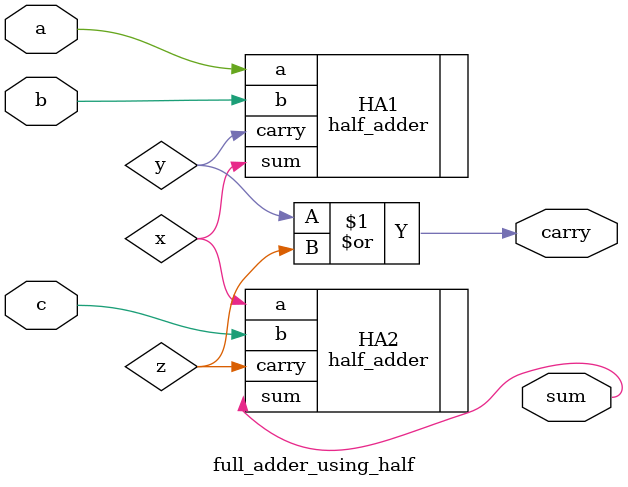
<source format=v>



module full_adder_using_half(a,b,c,sum,carry);

input a,b,c;
output sum,carry;

wire x,y,z;

half_adder HA1(.a(a), .b(b), .sum(x), .carry(y));

half_adder HA2(.a(x), .b(c), .sum(sum), .carry(z));

or R1(carry,y,z);

endmodule

</source>
